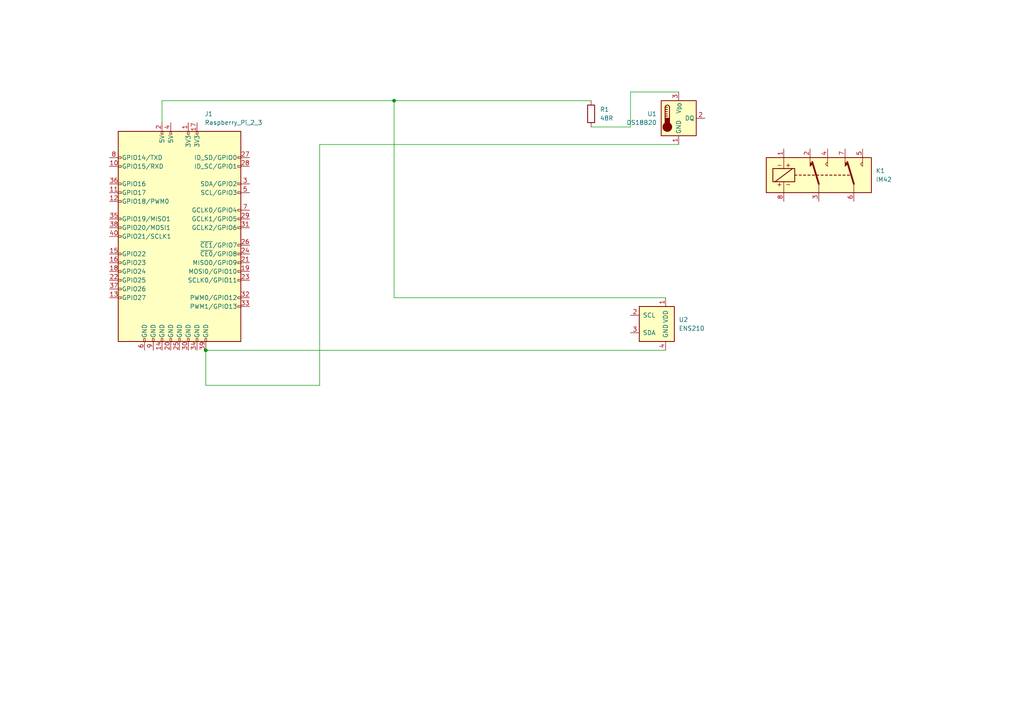
<source format=kicad_sch>
(kicad_sch (version 20230121) (generator eeschema)
  (paper "A4")
  (lib_symbols
    (symbol "Connector:Raspberry_Pi_2_3" (pin_names (offset 1.016))
      (property "Reference" "J" (at -17.78 31.75 0))
      (property "Value" "Raspberry_Pi_2_3" (at 10.16 -31.75 0))
      (symbol "Raspberry_Pi_2_3_0_1"
        (rectangle (start -17.78 30.48) (end 17.78 -30.48) (stroke (width 0.254)) (fill (type background)))
      )
      (symbol "Raspberry_Pi_2_3_1_1"
        (rectangle (start -16.891 -17.526) (end -17.78 -18.034))
        (rectangle (start -16.891 -14.986) (end -17.78 -15.494))
        (rectangle (start -16.891 -12.446) (end -17.78 -12.954))
        (rectangle (start -16.891 -9.906) (end -17.78 -10.414))
        (rectangle (start -16.891 -7.366) (end -17.78 -7.874))
        (rectangle (start -16.891 -4.826) (end -17.78 -5.334))
        (rectangle (start -16.891 0.254) (end -17.78 -0.254))
        (rectangle (start -16.891 2.794) (end -17.78 2.286))
        (rectangle (start -16.891 5.334) (end -17.78 4.826))
        (rectangle (start -16.891 10.414) (end -17.78 9.906))
        (rectangle (start -16.891 12.954) (end -17.78 12.446))
        (rectangle (start -16.891 15.494) (end -17.78 14.986))
        (rectangle (start -16.891 20.574) (end -17.78 20.066))
        (rectangle (start -16.891 23.114) (end -17.78 22.606))
        (rectangle (start -10.414 -29.591) (end -9.906 -30.48))
        (rectangle (start -7.874 -29.591) (end -7.366 -30.48))
        (rectangle (start -5.334 -29.591) (end -4.826 -30.48))
        (rectangle (start -5.334 30.48) (end -4.826 29.591))
        (rectangle (start -2.794 -29.591) (end -2.286 -30.48))
        (rectangle (start -2.794 30.48) (end -2.286 29.591))
        (rectangle (start -0.254 -29.591) (end 0.254 -30.48))
        (rectangle (start 2.286 -29.591) (end 2.794 -30.48))
        (rectangle (start 2.286 30.48) (end 2.794 29.591))
        (rectangle (start 4.826 -29.591) (end 5.334 -30.48))
        (rectangle (start 4.826 30.48) (end 5.334 29.591))
        (rectangle (start 7.366 -29.591) (end 7.874 -30.48))
        (rectangle (start 17.78 -20.066) (end 16.891 -20.574))
        (rectangle (start 17.78 -17.526) (end 16.891 -18.034))
        (rectangle (start 17.78 -12.446) (end 16.891 -12.954))
        (rectangle (start 17.78 -9.906) (end 16.891 -10.414))
        (rectangle (start 17.78 -7.366) (end 16.891 -7.874))
        (rectangle (start 17.78 -4.826) (end 16.891 -5.334))
        (rectangle (start 17.78 -2.286) (end 16.891 -2.794))
        (rectangle (start 17.78 2.794) (end 16.891 2.286))
        (rectangle (start 17.78 5.334) (end 16.891 4.826))
        (rectangle (start 17.78 7.874) (end 16.891 7.366))
        (rectangle (start 17.78 12.954) (end 16.891 12.446))
        (rectangle (start 17.78 15.494) (end 16.891 14.986))
        (rectangle (start 17.78 20.574) (end 16.891 20.066))
        (rectangle (start 17.78 23.114) (end 16.891 22.606))
        (pin power_in line (at 2.54 33.02 270) (length 2.54) (name "3V3") (number "1"))
        (pin bidirectional line (at -20.32 20.32 0) (length 2.54) (name "GPIO15/RXD") (number "10"))
        (pin bidirectional line (at -20.32 12.7 0) (length 2.54) (name "GPIO17") (number "11"))
        (pin bidirectional line (at -20.32 10.16 0) (length 2.54) (name "GPIO18/PWM0") (number "12"))
        (pin bidirectional line (at -20.32 -17.78 0) (length 2.54) (name "GPIO27") (number "13"))
        (pin power_in line (at -5.08 -33.02 90) (length 2.54) (name "GND") (number "14"))
        (pin bidirectional line (at -20.32 -5.08 0) (length 2.54) (name "GPIO22") (number "15"))
        (pin bidirectional line (at -20.32 -7.62 0) (length 2.54) (name "GPIO23") (number "16"))
        (pin power_in line (at 5.08 33.02 270) (length 2.54) (name "3V3") (number "17"))
        (pin bidirectional line (at -20.32 -10.16 0) (length 2.54) (name "GPIO24") (number "18"))
        (pin bidirectional line (at 20.32 -10.16 180) (length 2.54) (name "MOSI0/GPIO10") (number "19"))
        (pin power_in line (at -5.08 33.02 270) (length 2.54) (name "5V") (number "2"))
        (pin power_in line (at -2.54 -33.02 90) (length 2.54) (name "GND") (number "20"))
        (pin bidirectional line (at 20.32 -7.62 180) (length 2.54) (name "MISO0/GPIO9") (number "21"))
        (pin bidirectional line (at -20.32 -12.7 0) (length 2.54) (name "GPIO25") (number "22"))
        (pin bidirectional line (at 20.32 -12.7 180) (length 2.54) (name "SCLK0/GPIO11") (number "23"))
        (pin bidirectional line (at 20.32 -5.08 180) (length 2.54) (name "~{CE0}/GPIO8") (number "24"))
        (pin power_in line (at 0 -33.02 90) (length 2.54) (name "GND") (number "25"))
        (pin bidirectional line (at 20.32 -2.54 180) (length 2.54) (name "~{CE1}/GPIO7") (number "26"))
        (pin bidirectional line (at 20.32 22.86 180) (length 2.54) (name "ID_SD/GPIO0") (number "27"))
        (pin bidirectional line (at 20.32 20.32 180) (length 2.54) (name "ID_SC/GPIO1") (number "28"))
        (pin bidirectional line (at 20.32 5.08 180) (length 2.54) (name "GCLK1/GPIO5") (number "29"))
        (pin bidirectional line (at 20.32 15.24 180) (length 2.54) (name "SDA/GPIO2") (number "3"))
        (pin power_in line (at 2.54 -33.02 90) (length 2.54) (name "GND") (number "30"))
        (pin bidirectional line (at 20.32 2.54 180) (length 2.54) (name "GCLK2/GPIO6") (number "31"))
        (pin bidirectional line (at 20.32 -17.78 180) (length 2.54) (name "PWM0/GPIO12") (number "32"))
        (pin bidirectional line (at 20.32 -20.32 180) (length 2.54) (name "PWM1/GPIO13") (number "33"))
        (pin power_in line (at 5.08 -33.02 90) (length 2.54) (name "GND") (number "34"))
        (pin bidirectional line (at -20.32 5.08 0) (length 2.54) (name "GPIO19/MISO1") (number "35"))
        (pin bidirectional line (at -20.32 15.24 0) (length 2.54) (name "GPIO16") (number "36"))
        (pin bidirectional line (at -20.32 -15.24 0) (length 2.54) (name "GPIO26") (number "37"))
        (pin bidirectional line (at -20.32 2.54 0) (length 2.54) (name "GPIO20/MOSI1") (number "38"))
        (pin power_in line (at 7.62 -33.02 90) (length 2.54) (name "GND") (number "39"))
        (pin power_in line (at -2.54 33.02 270) (length 2.54) (name "5V") (number "4"))
        (pin bidirectional line (at -20.32 0 0) (length 2.54) (name "GPIO21/SCLK1") (number "40"))
        (pin bidirectional line (at 20.32 12.7 180) (length 2.54) (name "SCL/GPIO3") (number "5"))
        (pin power_in line (at -10.16 -33.02 90) (length 2.54) (name "GND") (number "6"))
        (pin bidirectional line (at 20.32 7.62 180) (length 2.54) (name "GCLK0/GPIO4") (number "7"))
        (pin bidirectional line (at -20.32 22.86 0) (length 2.54) (name "GPIO14/TXD") (number "8"))
        (pin power_in line (at -7.62 -33.02 90) (length 2.54) (name "GND") (number "9"))
      )
    )
    (symbol "Device:R" (pin_numbers hide) (pin_names (offset 0))
      (property "Reference" "R" (at 2.032 0 90))
      (property "Value" "R" (at 0 0 90))
      (symbol "R_0_1"
        (rectangle (start -1.016 -2.54) (end 1.016 2.54) (stroke (width 0.254)))
      )
      (symbol "R_1_1"
        (pin passive line (at 0 3.81 270) (length 1.27) (name "~") (number "1"))
        (pin passive line (at 0 -3.81 90) (length 1.27) (name "~") (number "2"))
      )
    )
    (symbol "Relay:IM42"
      (property "Reference" "K" (at 16.51 3.81 0))
      (property "Value" "IM42" (at 16.51 1.27 0))
      (symbol "IM42_0_0"
        (text "+ -" (at -10.16 -2.667 0) (effects (font (size 1.27 1.27))))
        (text "- +" (at -10.16 2.921 0) (effects (font (size 1.27 1.27))))
      )
      (symbol "IM42_0_1"
        (rectangle (start -15.24 5.08) (end 15.24 -5.08) (stroke (width 0.254)) (fill (type background)))
        (rectangle (start -13.335 1.905) (end -6.985 -1.905) (stroke (width 0.254)))
        (polyline (pts (xy -12.7 -1.905) (xy -7.62 1.905)) (stroke (width 0.254)))
        (polyline (pts (xy -10.16 -5.08) (xy -10.16 -1.905)))
        (polyline (pts (xy -10.16 5.08) (xy -10.16 1.905)))
        (polyline (pts (xy -6.985 0) (xy -6.35 0)) (stroke (width 0.254)))
        (polyline (pts (xy -5.715 0) (xy -5.08 0)) (stroke (width 0.254)))
        (polyline (pts (xy -4.445 0) (xy -3.81 0)) (stroke (width 0.254)))
        (polyline (pts (xy -3.175 0) (xy -2.54 0)) (stroke (width 0.254)))
        (polyline (pts (xy -1.905 0) (xy -1.27 0)) (stroke (width 0.254)))
        (polyline (pts (xy -0.635 0) (xy 0 0)) (stroke (width 0.254)))
        (polyline (pts (xy 0 -2.54) (xy -1.905 3.81)) (stroke (width 0.508)))
        (polyline (pts (xy 0 -2.54) (xy 0 -5.08)))
        (polyline (pts (xy 0.635 0) (xy 1.27 0)) (stroke (width 0.254)))
        (polyline (pts (xy 1.905 0) (xy 2.54 0)) (stroke (width 0.254)))
        (polyline (pts (xy 3.175 0) (xy 3.81 0)) (stroke (width 0.254)))
        (polyline (pts (xy 4.445 0) (xy 5.08 0)) (stroke (width 0.254)))
        (polyline (pts (xy 5.715 0) (xy 6.35 0)) (stroke (width 0.254)))
        (polyline (pts (xy 6.985 0) (xy 7.62 0)) (stroke (width 0.254)))
        (polyline (pts (xy 8.255 0) (xy 8.89 0)) (stroke (width 0.254)))
        (polyline (pts (xy 10.16 -2.54) (xy 8.255 3.81)) (stroke (width 0.508)))
        (polyline (pts (xy 10.16 -2.54) (xy 10.16 -5.08)))
        (polyline (pts (xy -2.54 5.08) (xy -2.54 2.54) (xy -1.905 3.175) (xy -2.54 3.81)) (fill (type outline)))
        (polyline (pts (xy 2.54 5.08) (xy 2.54 2.54) (xy 1.905 3.175) (xy 2.54 3.81)))
        (polyline (pts (xy 7.62 5.08) (xy 7.62 2.54) (xy 8.255 3.175) (xy 7.62 3.81)) (fill (type outline)))
        (polyline (pts (xy 12.7 5.08) (xy 12.7 2.54) (xy 12.065 3.175) (xy 12.7 3.81)))
      )
      (symbol "IM42_1_1"
        (pin passive line (at -10.16 7.62 270) (length 2.54) (name "~") (number "1"))
        (pin passive line (at -2.54 7.62 270) (length 2.54) (name "~") (number "2"))
        (pin passive line (at 0 -7.62 90) (length 2.54) (name "~") (number "3"))
        (pin passive line (at 2.54 7.62 270) (length 2.54) (name "~") (number "4"))
        (pin passive line (at 12.7 7.62 270) (length 2.54) (name "~") (number "5"))
        (pin passive line (at 10.16 -7.62 90) (length 2.54) (name "~") (number "6"))
        (pin passive line (at 7.62 7.62 270) (length 2.54) (name "~") (number "7"))
        (pin passive line (at -10.16 -7.62 90) (length 2.54) (name "~") (number "8"))
      )
    )
    (symbol "Sensor_Humidity:ENS210" (pin_names (offset 1.016))
      (property "Reference" "U" (at -7.62 10.16 0))
      (property "Value" "ENS210" (at -7.62 7.62 0))
      (symbol "ENS210_0_1"
        (rectangle (start -5.08 5.08) (end 5.08 -5.08) (stroke (width 0.254)) (fill (type background)))
      )
      (symbol "ENS210_1_1"
        (pin power_in line (at 2.54 7.62 270) (length 2.54) (name "VDD") (number "1"))
        (pin input line (at -7.62 2.54 0) (length 2.54) (name "SCL") (number "2"))
        (pin bidirectional line (at -7.62 -2.54 0) (length 2.54) (name "SDA") (number "3"))
        (pin power_in line (at 2.54 -7.62 90) (length 2.54) (name "GND") (number "4"))
        (pin passive line (at 2.54 -7.62 90) (length 2.54) hide (name "GND") (number "5"))
      )
    )
    (symbol "Sensor_Temperature:DS18B20"
      (property "Reference" "U" (at -3.81 6.35 0))
      (property "Value" "DS18B20" (at 6.35 6.35 0))
      (symbol "DS18B20_0_1"
        (rectangle (start -5.08 5.08) (end 5.08 -5.08) (stroke (width 0.254)) (fill (type background)))
        (circle (center -3.302 -2.54) (radius 1.27) (stroke (width 0.254)) (fill (type outline)))
        (rectangle (start -2.667 -1.905) (end -3.937 0) (stroke (width 0.254)) (fill (type outline)))
        (arc (start -2.667 3.175) (mid -3.302 3.8073) (end -3.937 3.175) (stroke (width 0.254)))
        (polyline (pts (xy -3.937 0.635) (xy -3.302 0.635)) (stroke (width 0.254)))
        (polyline (pts (xy -3.937 1.27) (xy -3.302 1.27)) (stroke (width 0.254)))
        (polyline (pts (xy -3.937 1.905) (xy -3.302 1.905)) (stroke (width 0.254)))
        (polyline (pts (xy -3.937 2.54) (xy -3.302 2.54)) (stroke (width 0.254)))
        (polyline (pts (xy -3.937 3.175) (xy -3.937 0)) (stroke (width 0.254)))
        (polyline (pts (xy -3.937 3.175) (xy -3.302 3.175)) (stroke (width 0.254)))
        (polyline (pts (xy -2.667 3.175) (xy -2.667 0)) (stroke (width 0.254)))
      )
      (symbol "DS18B20_1_1"
        (pin power_in line (at 0 -7.62 90) (length 2.54) (name "GND") (number "1"))
        (pin bidirectional line (at 7.62 0 180) (length 2.54) (name "DQ") (number "2"))
        (pin power_in line (at 0 7.62 270) (length 2.54) (name "V_{DD}") (number "3"))
      )
    )
  )
  (junction (at 59.69 101.6))
  (junction (at 114.3 29.21))
  (wire (pts (xy 182.88 36.83) (xy 182.88 26.67)))
  (wire (pts (xy 182.88 26.67) (xy 196.85 26.67)))
  (wire (pts (xy 92.71 111.76) (xy 59.69 111.76)))
  (wire (pts (xy 59.69 111.76) (xy 59.69 101.6)))
  (wire (pts (xy 114.3 29.21) (xy 114.3 86.36)))
  (wire (pts (xy 196.85 41.91) (xy 92.71 41.91)))
  (wire (pts (xy 171.45 29.21) (xy 114.3 29.21)))
  (wire (pts (xy 171.45 36.83) (xy 182.88 36.83)))
  (wire (pts (xy 114.3 29.21) (xy 46.99 29.21)))
  (wire (pts (xy 92.71 41.91) (xy 92.71 111.76)))
  (wire (pts (xy 193.04 86.36) (xy 114.3 86.36)))
  (wire (pts (xy 46.99 29.21) (xy 46.99 35.56)))
  (wire (pts (xy 59.69 101.6) (xy 193.04 101.6)))
  (symbol (lib_id "Device:R") (at 171.45 33.02 0) (unit 1)
    (property "Reference" "R1" (at 173.99 31.75 0) (effects (justify left)))
    (property "Value" "48R" (at 173.99 34.29 0) (effects (justify left)))
  )
  (symbol (lib_id "Relay:IM42") (at 237.49 50.8 0) (unit 1)
    (property "Reference" "K1" (at 254 49.53 0) (effects (justify left)))
    (property "Value" "IM42" (at 254 52.07 0) (effects (justify left)))
    (property "Datasheet" "http://www.te.com/commerce/DocumentDelivery/DDEController?Action=srchrtrv&DocNm=108-98001&DocType=SS&DocLang=EN" (effects hide))
  )
  (symbol (lib_id "Sensor_Humidity:ENS210") (at 190.5 93.98 0) (unit 1)
    (property "Reference" "U2" (at 196.85 92.71 0) (effects (justify left)))
    (property "Value" "ENS210" (at 196.85 95.25 0) (effects (justify left)))
    (property "Footprint" "Package_DFN_QFN:AMS_QFN-4-1EP_2x2mm_P0.95mm_EP0.7x1.6mm" (effects hide))
    (property "Datasheet" "http://ams.com/eng/Products/Environmental-Sensors/Relative-Humidity-and-Temperature-Sensors/ENS210" (effects hide))
  )
  (symbol (lib_id "Connector:Raspberry_Pi_2_3") (at 52.07 68.58 0) (unit 1)
    (property "Reference" "J1" (at 59.3441 33.02 0) (effects (justify left)))
    (property "Value" "Raspberry_Pi_2_3" (at 59.3441 35.56 0) (effects (justify left)))
    (property "Datasheet" "https://www.raspberrypi.org/documentation/hardware/raspberrypi/schematics/rpi_SCH_3bplus_1p0_reduced.pdf" (effects hide))
  )
  (symbol (lib_id "Sensor_Temperature:DS18B20") (at 196.85 34.29 0) (unit 1)
    (property "Reference" "U1" (at 190.5 33.02 0) (effects (justify right)))
    (property "Value" "DS18B20" (at 190.5 35.56 0) (effects (justify right)))
    (property "Footprint" "Package_TO_SOT_THT:TO-92_Inline" (effects hide))
    (property "Datasheet" "http://datasheets.maximintegrated.com/en/ds/DS18B20.pdf" (effects hide))
  )
)
</source>
